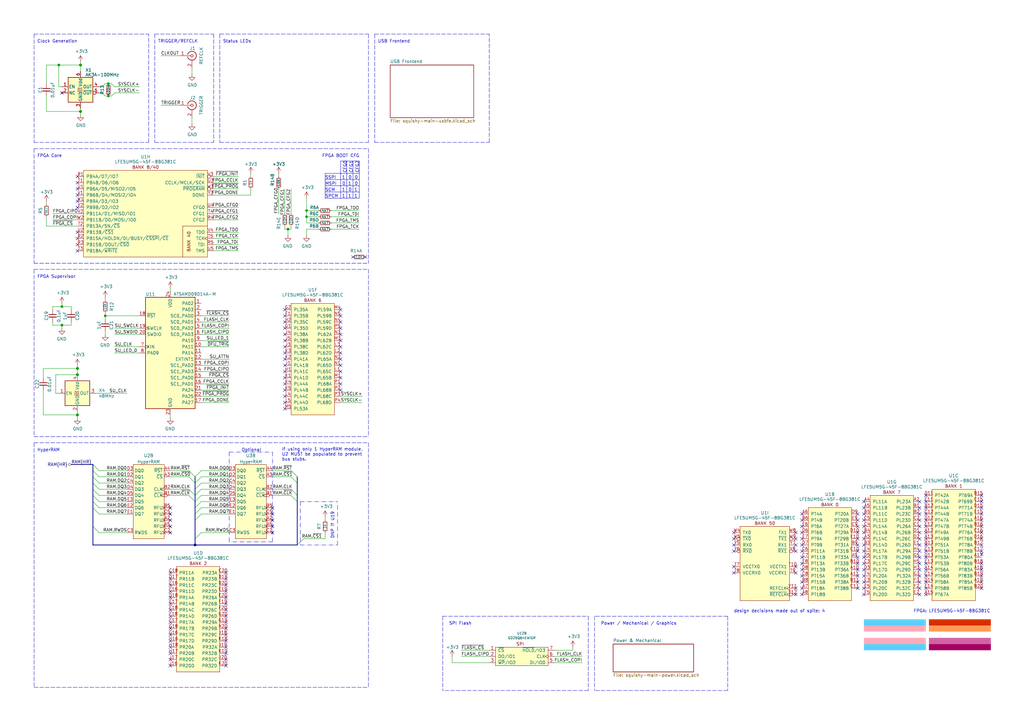
<source format=kicad_sch>
(kicad_sch (version 20230121) (generator eeschema)
  (paper "A3")
  (title_block (title "Squishy - Main Unit - Root") (date "2023-06-01") (rev "2") (company "Shrine Maiden Heavy Industries") (comment 1 "License:  CERN-OHL-S") (comment 2 "© 2023 Aki 'lethalbit' Van Ness, et. al.") (comment 4 "Squishy - SCSI Multitool"))
  (bus_alias "USB-SS" (members "RX+" "RX-" "TX+" "TX-"))
  (bus_alias "ULPI" (members "D[0..7]" "CLK" "STP" "DIR" "NXT"))
  (bus_alias "HyperRAM" (members "DQ[0..7]" "CLK" "~{CLK}" "~{CS[0..1]}" "~{RST}" "RWDS"))
  (junction (at 80.01 223.52))
  (junction (at 25.4 125.73))
  (junction (at 44.45 34.29))
  (junction (at 31.75 151.13) (diameter 1.016))
  (junction (at 33.02 26.67) (diameter 1.016))
  (junction (at 25.4 133.35))
  (junction (at 24.13 26.67))
  (junction (at 44.45 39.37))
  (junction (at 33.02 45.72) (diameter 1.016))
  (junction (at 43.18 129.54))
  (junction (at 125.73 86.36))
  (junction (at 118.11 93.98))
  (junction (at 31.75 153.67) (diameter 1.016))
  (junction (at 125.73 88.9))
  (junction (at 31.75 170.18) (diameter 1.016))
  (no_connect (at 69.85 213.36))
  (no_connect (at 69.85 265.43))
  (no_connect (at 402.59 241.3))
  (no_connect (at 69.85 242.57))
  (no_connect (at 328.93 238.76))
  (no_connect (at 402.59 210.82))
  (no_connect (at 377.19 226.06))
  (no_connect (at 354.33 236.22))
  (no_connect (at 402.59 226.06))
  (no_connect (at 139.7 142.24))
  (no_connect (at 379.73 236.22))
  (no_connect (at 377.19 228.6))
  (no_connect (at 116.84 154.94))
  (no_connect (at 69.85 208.28))
  (no_connect (at 139.7 144.78))
  (no_connect (at 354.33 215.9))
  (no_connect (at 31.75 72.39))
  (no_connect (at 377.19 241.3))
  (no_connect (at 92.71 273.05))
  (no_connect (at 377.19 243.84))
  (no_connect (at 116.84 127))
  (no_connect (at 402.59 233.68))
  (no_connect (at 31.75 74.93))
  (no_connect (at 328.93 210.82))
  (no_connect (at 144.78 105.41))
  (no_connect (at 116.84 139.7))
  (no_connect (at 351.79 241.3))
  (no_connect (at 69.85 267.97))
  (no_connect (at 328.93 226.06))
  (no_connect (at 377.19 218.44))
  (no_connect (at 139.7 152.4))
  (no_connect (at 92.71 250.19))
  (no_connect (at 69.85 245.11))
  (no_connect (at 116.84 167.64))
  (no_connect (at 351.79 233.68))
  (no_connect (at 351.79 220.98))
  (no_connect (at 300.99 218.44))
  (no_connect (at 111.76 215.9))
  (no_connect (at 377.19 210.82))
  (no_connect (at 377.19 236.22))
  (no_connect (at 328.93 243.84))
  (no_connect (at 351.79 218.44))
  (no_connect (at 69.85 270.51))
  (no_connect (at 92.71 255.27))
  (no_connect (at 351.79 226.06))
  (no_connect (at 354.33 223.52))
  (no_connect (at 402.59 208.28))
  (no_connect (at 351.79 228.6))
  (no_connect (at 326.39 241.3))
  (no_connect (at 116.84 142.24))
  (no_connect (at 139.7 129.54))
  (no_connect (at 328.93 231.14))
  (no_connect (at 116.84 144.78))
  (no_connect (at 328.93 218.44))
  (no_connect (at 328.93 215.9))
  (no_connect (at 326.39 234.95))
  (no_connect (at 69.85 247.65))
  (no_connect (at 69.85 240.03))
  (no_connect (at 328.93 223.52))
  (no_connect (at 351.79 210.82))
  (no_connect (at 379.73 233.68))
  (no_connect (at 402.59 203.2))
  (no_connect (at 326.39 220.98))
  (no_connect (at 402.59 220.98))
  (no_connect (at 402.59 213.36))
  (no_connect (at 69.85 210.82))
  (no_connect (at 379.73 208.28))
  (no_connect (at 402.59 218.44))
  (no_connect (at 379.73 220.98))
  (no_connect (at 69.85 262.89))
  (no_connect (at 116.84 152.4))
  (no_connect (at 92.71 245.11))
  (no_connect (at 92.71 257.81))
  (no_connect (at 326.39 226.06))
  (no_connect (at 379.73 218.44))
  (no_connect (at 92.71 270.51))
  (no_connect (at 379.73 223.52))
  (no_connect (at 31.75 100.33))
  (no_connect (at 328.93 233.68))
  (no_connect (at 116.84 157.48))
  (no_connect (at 326.39 223.52))
  (no_connect (at 31.75 85.09))
  (no_connect (at 69.85 260.35))
  (no_connect (at 379.73 215.9))
  (no_connect (at 92.71 242.57))
  (no_connect (at 116.84 165.1))
  (no_connect (at 69.85 255.27))
  (no_connect (at 31.75 82.55))
  (no_connect (at 116.84 134.62))
  (no_connect (at 69.85 218.44))
  (no_connect (at 328.93 220.98))
  (no_connect (at 402.59 215.9))
  (no_connect (at 328.93 213.36))
  (no_connect (at 354.33 205.74))
  (no_connect (at 300.99 232.41))
  (no_connect (at 139.7 134.62))
  (no_connect (at 116.84 129.54))
  (no_connect (at 326.39 218.44))
  (no_connect (at 116.84 160.02))
  (no_connect (at 351.79 213.36))
  (no_connect (at 402.59 227.33))
  (no_connect (at 69.85 257.81))
  (no_connect (at 354.33 213.36))
  (no_connect (at 402.59 236.22))
  (no_connect (at 379.73 241.3))
  (no_connect (at 300.99 223.52))
  (no_connect (at 139.7 157.48))
  (no_connect (at 326.39 243.84))
  (no_connect (at 326.39 232.41))
  (no_connect (at 139.7 139.7))
  (no_connect (at 351.79 236.22))
  (no_connect (at 139.7 147.32))
  (no_connect (at 31.75 95.25))
  (no_connect (at 69.85 252.73))
  (no_connect (at 92.71 240.03))
  (no_connect (at 111.76 210.82))
  (no_connect (at 402.59 238.76))
  (no_connect (at 379.73 205.74))
  (no_connect (at 139.7 132.08))
  (no_connect (at 377.19 208.28))
  (no_connect (at 377.19 215.9))
  (no_connect (at 92.71 262.89))
  (no_connect (at 139.7 127))
  (no_connect (at 111.76 218.44))
  (no_connect (at 377.19 233.68))
  (no_connect (at 69.85 250.19))
  (no_connect (at 377.19 231.14))
  (no_connect (at 351.79 231.14))
  (no_connect (at 92.71 247.65))
  (no_connect (at 379.73 213.36))
  (no_connect (at 116.84 162.56))
  (no_connect (at 328.93 236.22))
  (no_connect (at 354.33 218.44))
  (no_connect (at 379.73 238.76))
  (no_connect (at 354.33 226.06))
  (no_connect (at 116.84 147.32))
  (no_connect (at 354.33 228.6))
  (no_connect (at 300.99 226.06))
  (no_connect (at 379.73 226.06))
  (no_connect (at 69.85 273.05))
  (no_connect (at 377.19 213.36))
  (no_connect (at 116.84 149.86))
  (no_connect (at 92.71 260.35))
  (no_connect (at 92.71 234.95))
  (no_connect (at 111.76 213.36))
  (no_connect (at 377.19 220.98))
  (no_connect (at 31.75 102.87))
  (no_connect (at 354.33 220.98))
  (no_connect (at 300.99 220.98))
  (no_connect (at 92.71 267.97))
  (no_connect (at 354.33 231.14))
  (no_connect (at 149.86 105.41))
  (no_connect (at 31.75 80.01))
  (no_connect (at 328.93 241.3))
  (no_connect (at 31.75 97.79))
  (no_connect (at 69.85 215.9))
  (no_connect (at 300.99 234.95))
  (no_connect (at 139.7 154.94))
  (no_connect (at 111.76 208.28))
  (no_connect (at 354.33 208.28))
  (no_connect (at 354.33 241.3))
  (no_connect (at 354.33 238.76))
  (no_connect (at 354.33 233.68))
  (no_connect (at 379.73 203.2))
  (no_connect (at 139.7 160.02))
  (no_connect (at 379.73 210.82))
  (no_connect (at 377.19 238.76))
  (no_connect (at 377.19 205.74))
  (no_connect (at 377.19 223.52))
  (no_connect (at 379.73 243.84))
  (no_connect (at 402.59 223.52))
  (no_connect (at 351.79 238.76))
  (no_connect (at 116.84 137.16))
  (no_connect (at 25.4 38.1))
  (no_connect (at 351.79 223.52))
  (no_connect (at 351.79 215.9))
  (no_connect (at 92.71 252.73))
  (no_connect (at 402.59 231.14))
  (no_connect (at 116.84 132.08))
  (no_connect (at 139.7 149.86))
  (no_connect (at 139.7 137.16))
  (no_connect (at 328.93 228.6))
  (no_connect (at 379.73 228.6))
  (no_connect (at 69.85 237.49))
  (no_connect (at 31.75 77.47))
  (no_connect (at 92.71 237.49))
  (no_connect (at 92.71 265.43))
  (no_connect (at 69.85 234.95))
  (no_connect (at 354.33 243.84))
  (no_connect (at 354.33 210.82))
  (no_connect (at 379.73 231.14))
  (no_connect (at 402.59 205.74))
  (bus_entry (at 38.1 195.58) (size 2.54 2.54))
  (bus_entry (at 80.01 205.74) (size 2.54 -2.54))
  (bus_entry (at 38.1 205.74) (size 2.54 2.54))
  (bus_entry (at 121.92 203.2) (size -2.54 -2.54))
  (bus_entry (at 80.01 213.36) (size 2.54 -2.54))
  (bus_entry (at 80.01 195.58) (size 2.54 -2.54))
  (bus_entry (at 80.01 198.12) (size -2.54 -2.54))
  (bus_entry (at 121.92 195.58) (size -2.54 -2.54))
  (bus_entry (at 121.92 205.74) (size -2.54 -2.54))
  (bus_entry (at 80.01 203.2) (size -2.54 -2.54))
  (bus_entry (at 80.01 208.28) (size 2.54 -2.54))
  (bus_entry (at 80.01 198.12) (size 2.54 -2.54))
  (bus_entry (at 80.01 195.58) (size -2.54 -2.54))
  (bus_entry (at 38.1 200.66) (size 2.54 2.54))
  (bus_entry (at 38.1 190.5) (size 2.54 2.54))
  (bus_entry (at 38.1 193.04) (size 2.54 2.54))
  (bus_entry (at 80.01 200.66) (size 2.54 -2.54))
  (bus_entry (at 80.01 210.82) (size 2.54 -2.54))
  (bus_entry (at 38.1 203.2) (size 2.54 2.54))
  (bus_entry (at 38.1 198.12) (size 2.54 2.54))
  (bus_entry (at 38.1 215.9) (size 2.54 2.54))
  (bus_entry (at 80.01 220.98) (size 2.54 -2.54))
  (bus_entry (at 80.01 203.2) (size 2.54 -2.54))
  (bus_entry (at 80.01 205.74) (size -2.54 -2.54))
  (bus_entry (at 121.92 223.52) (size 2.54 -2.54))
  (bus_entry (at 121.92 198.12) (size -2.54 -2.54))
  (bus_entry (at 38.1 208.28) (size 2.54 2.54))
  (polyline (pts (xy 63.5 13.97) (xy 87.63 13.97)) (stroke (width 0) (type dash)))
  (wire (pts (xy 118.11 93.98) (xy 118.11 96.52)))
  (wire (pts (xy 33.02 45.72) (xy 33.02 46.99)))
  (wire (pts (xy 82.55 205.74) (xy 93.98 205.74)))
  (wire (pts (xy 185.42 269.24) (xy 185.42 271.78)))
  (wire (pts (xy 21.59 90.17) (xy 31.75 90.17)))
  (wire (pts (xy 234.95 265.43) (xy 234.95 266.7)))
  (bus (pts (xy 121.92 205.74) (xy 121.92 223.52)))
  (wire (pts (xy 139.7 165.1) (xy 148.59 165.1)))
  (bus (pts (xy 80.01 200.66) (xy 80.01 203.2)))
  (polyline (pts (xy 144.78 66.04) (xy 144.78 81.28)) (stroke (width 0) (type solid)))
  (polyline (pts (xy 142.24 66.04) (xy 142.24 81.28)) (stroke (width 0) (type solid)))
  (polyline (pts (xy 13.97 181.61) (xy 13.97 281.94)) (stroke (width 0) (type dash)))
  (wire (pts (xy 119.38 93.98) (xy 119.38 92.71)))
  (wire (pts (xy 43.18 39.37) (xy 44.45 39.37)))
  (wire (pts (xy 33.02 26.67) (xy 33.02 29.21)))
  (bus (pts (xy 38.1 200.66) (xy 38.1 198.12)))
  (bus (pts (xy 80.01 195.58) (xy 80.01 198.12)))
  (wire (pts (xy 82.55 149.86) (xy 93.98 149.86)))
  (polyline (pts (xy 298.45 252.73) (xy 298.45 283.21)) (stroke (width 0) (type dash)))
  (bus (pts (xy 121.92 195.58) (xy 121.92 198.12)))
  (polyline (pts (xy 133.35 81.28) (xy 133.35 71.12)) (stroke (width 0) (type solid)))
  (wire (pts (xy 87.63 85.09) (xy 97.79 85.09)))
  (polyline (pts (xy 241.3 252.73) (xy 241.3 283.21)) (stroke (width 0) (type dash)))
  (wire (pts (xy 87.63 80.01) (xy 102.87 80.01)))
  (wire (pts (xy 25.4 133.35) (xy 25.4 134.62)))
  (polyline (pts (xy 153.67 58.42) (xy 200.66 58.42)) (stroke (width 0) (type dash)))
  (bus (pts (xy 121.92 198.12) (xy 121.92 203.2)))
  (wire (pts (xy 33.02 44.45) (xy 33.02 45.72)))
  (wire (pts (xy 45.72 34.29) (xy 46.99 35.56)))
  (wire (pts (xy 125.73 81.28) (xy 125.73 86.36)))
  (wire (pts (xy 40.64 193.04) (xy 52.07 193.04)))
  (wire (pts (xy 116.84 87.63) (xy 116.84 77.47)))
  (wire (pts (xy 69.85 193.04) (xy 77.47 193.04)))
  (wire (pts (xy 17.78 170.18) (xy 17.78 160.02)))
  (wire (pts (xy 87.63 95.25) (xy 97.79 95.25)))
  (wire (pts (xy 82.55 154.94) (xy 93.98 154.94)))
  (wire (pts (xy 17.78 151.13) (xy 17.78 154.94)))
  (polyline (pts (xy 181.61 252.73) (xy 241.3 252.73)) (stroke (width 0) (type dash)))
  (wire (pts (xy 111.76 193.04) (xy 119.38 193.04)))
  (bus (pts (xy 80.01 208.28) (xy 80.01 210.82)))
  (wire (pts (xy 29.21 132.08) (xy 29.21 133.35)))
  (wire (pts (xy 102.87 77.47) (xy 102.87 80.01)))
  (wire (pts (xy 40.64 203.2) (xy 52.07 203.2)))
  (polyline (pts (xy 151.13 181.61) (xy 151.13 281.94)) (stroke (width 0) (type dash)))
  (wire (pts (xy 21.59 125.73) (xy 25.4 125.73)))
  (polyline (pts (xy 13.97 60.96) (xy 13.97 107.95)) (stroke (width 0) (type dash)))
  (polyline (pts (xy 151.13 13.97) (xy 151.13 58.42)) (stroke (width 0) (type dash)))
  (wire (pts (xy 135.89 86.36) (xy 147.32 86.36)))
  (wire (pts (xy 29.21 133.35) (xy 25.4 133.35)))
  (wire (pts (xy 227.33 269.24) (xy 238.76 269.24)))
  (polyline (pts (xy 133.35 76.2) (xy 147.32 76.2)) (stroke (width 0) (type solid)))
  (wire (pts (xy 41.91 35.56) (xy 43.18 34.29)))
  (wire (pts (xy 125.73 88.9) (xy 125.73 86.36)))
  (wire (pts (xy 82.55 134.62) (xy 93.98 134.62)))
  (wire (pts (xy 25.4 124.46) (xy 25.4 125.73)))
  (wire (pts (xy 130.81 86.36) (xy 125.73 86.36)))
  (wire (pts (xy 227.33 266.7) (xy 234.95 266.7)))
  (wire (pts (xy 46.99 137.16) (xy 57.15 137.16)))
  (bus (pts (xy 38.1 208.28) (xy 38.1 205.74)))
  (bus (pts (xy 29.21 190.5) (xy 38.1 190.5)))
  (wire (pts (xy 46.99 38.1) (xy 57.15 38.1)))
  (polyline (pts (xy 60.96 58.42) (xy 60.96 13.97)) (stroke (width 0) (type dash)))
  (wire (pts (xy 69.85 200.66) (xy 77.47 200.66)))
  (polyline (pts (xy 90.17 58.42) (xy 151.13 58.42)) (stroke (width 0) (type dash)))
  (polyline (pts (xy 298.45 252.73) (xy 243.84 252.73)) (stroke (width 0) (type dash)))
  (wire (pts (xy 40.64 195.58) (xy 52.07 195.58)))
  (polyline (pts (xy 63.5 13.97) (xy 63.5 58.42)) (stroke (width 0) (type dash)))
  (wire (pts (xy 87.63 74.93) (xy 97.79 74.93)))
  (wire (pts (xy 33.02 26.67) (xy 24.13 26.67)))
  (wire (pts (xy 66.04 22.86) (xy 73.66 22.86)))
  (polyline (pts (xy 123.19 205.74) (xy 123.19 223.52)) (stroke (width 0) (type dash_dot)))
  (wire (pts (xy 31.75 151.13) (xy 17.78 151.13)))
  (wire (pts (xy 82.55 137.16) (xy 93.98 137.16)))
  (wire (pts (xy 44.45 39.37) (xy 45.72 39.37)))
  (wire (pts (xy 78.74 48.26) (xy 78.74 50.8)))
  (wire (pts (xy 69.85 170.18) (xy 69.85 171.45)))
  (bus (pts (xy 121.92 203.2) (xy 121.92 205.74)))
  (wire (pts (xy 227.33 271.78) (xy 238.76 271.78)))
  (wire (pts (xy 82.55 218.44) (xy 93.98 218.44)))
  (polyline (pts (xy 151.13 110.49) (xy 151.13 179.07)) (stroke (width 0) (type dash)))
  (wire (pts (xy 130.81 88.9) (xy 125.73 88.9)))
  (wire (pts (xy 40.64 208.28) (xy 52.07 208.28)))
  (wire (pts (xy 135.89 91.44) (xy 147.32 91.44)))
  (polyline (pts (xy 133.35 78.74) (xy 147.32 78.74)) (stroke (width 0) (type solid)))
  (polyline (pts (xy 13.97 60.96) (xy 151.13 60.96)) (stroke (width 0) (type dash)))
  (wire (pts (xy 21.59 132.08) (xy 21.59 133.35)))
  (wire (pts (xy 22.86 161.29) (xy 22.86 153.67)))
  (wire (pts (xy 29.21 125.73) (xy 29.21 127)))
  (wire (pts (xy 24.13 161.29) (xy 22.86 161.29)))
  (polyline (pts (xy 298.45 283.21) (xy 243.84 283.21)) (stroke (width 0) (type dash)))
  (wire (pts (xy 43.18 130.81) (xy 43.18 129.54)))
  (wire (pts (xy 87.63 72.39) (xy 97.79 72.39)))
  (polyline (pts (xy 147.32 81.28) (xy 133.35 81.28)) (stroke (width 0) (type solid)))
  (polyline (pts (xy 151.13 60.96) (xy 151.13 107.95)) (stroke (width 0) (type dash)))
  (wire (pts (xy 82.55 203.2) (xy 93.98 203.2)))
  (wire (pts (xy 82.55 160.02) (xy 93.98 160.02)))
  (wire (pts (xy 82.55 139.7) (xy 93.98 139.7)))
  (wire (pts (xy 46.99 134.62) (xy 57.15 134.62)))
  (wire (pts (xy 185.42 271.78) (xy 200.66 271.78)))
  (wire (pts (xy 31.75 170.18) (xy 31.75 171.45)))
  (wire (pts (xy 40.64 35.56) (xy 41.91 35.56)))
  (wire (pts (xy 43.18 135.89) (xy 43.18 137.16)))
  (wire (pts (xy 133.35 212.09) (xy 133.35 213.36)))
  (polyline (pts (xy 147.32 66.04) (xy 147.32 71.12)) (stroke (width 0) (type solid)))
  (wire (pts (xy 31.75 168.91) (xy 31.75 170.18)))
  (wire (pts (xy 69.85 195.58) (xy 77.47 195.58)))
  (polyline (pts (xy 63.5 58.42) (xy 87.63 58.42)) (stroke (width 0) (type dash)))
  (polyline (pts (xy 133.35 71.12) (xy 147.32 71.12)) (stroke (width 0) (type solid)))
  (wire (pts (xy 25.4 35.56) (xy 24.13 35.56)))
  (wire (pts (xy 82.55 157.48) (xy 93.98 157.48)))
  (wire (pts (xy 46.99 35.56) (xy 57.15 35.56)))
  (wire (pts (xy 78.74 27.94) (xy 78.74 30.48)))
  (wire (pts (xy 87.63 90.17) (xy 97.79 90.17)))
  (wire (pts (xy 41.91 38.1) (xy 43.18 39.37)))
  (wire (pts (xy 19.05 92.71) (xy 31.75 92.71)))
  (wire (pts (xy 31.75 170.18) (xy 17.78 170.18)))
  (wire (pts (xy 102.87 71.12) (xy 102.87 72.39)))
  (wire (pts (xy 82.55 165.1) (xy 93.98 165.1)))
  (wire (pts (xy 31.75 151.13) (xy 31.75 153.67)))
  (wire (pts (xy 82.55 198.12) (xy 93.98 198.12)))
  (wire (pts (xy 19.05 88.9) (xy 19.05 92.71)))
  (bus (pts (xy 38.1 215.9) (xy 38.1 208.28)))
  (polyline (pts (xy 13.97 110.49) (xy 151.13 110.49)) (stroke (width 0) (type dash)))
  (wire (pts (xy 24.13 26.67) (xy 24.13 35.56)))
  (wire (pts (xy 118.11 93.98) (xy 119.38 93.98)))
  (polyline (pts (xy 153.67 13.97) (xy 153.67 58.42)) (stroke (width 0) (type dash)))
  (bus (pts (xy 38.1 223.52) (xy 38.1 215.9)))
  (wire (pts (xy 82.55 195.58) (xy 93.98 195.58)))
  (wire (pts (xy 87.63 100.33) (xy 97.79 100.33)))
  (wire (pts (xy 21.59 133.35) (xy 25.4 133.35)))
  (wire (pts (xy 139.7 162.56) (xy 148.59 162.56)))
  (polyline (pts (xy 139.7 66.04) (xy 147.32 66.04)) (stroke (width 0) (type solid)))
  (polyline (pts (xy 139.7 81.28) (xy 139.7 71.12)) (stroke (width 0) (type solid)))
  (wire (pts (xy 24.13 26.67) (xy 19.05 26.67)))
  (wire (pts (xy 25.4 125.73) (xy 29.21 125.73)))
  (bus (pts (xy 80.01 205.74) (xy 80.01 208.28)))
  (polyline (pts (xy 13.97 107.95) (xy 151.13 107.95)) (stroke (width 0) (type dash)))
  (polyline (pts (xy 147.32 71.12) (xy 147.32 81.28)) (stroke (width 0) (type solid)))
  (wire (pts (xy 135.89 93.98) (xy 147.32 93.98)))
  (polyline (pts (xy 90.17 13.97) (xy 151.13 13.97)) (stroke (width 0) (type dash)))
  (polyline (pts (xy 111.76 222.25) (xy 93.98 222.25)) (stroke (width 0) (type dash_dot)))
  (polyline (pts (xy 241.3 283.21) (xy 181.61 283.21)) (stroke (width 0) (type dash)))
  (bus (pts (xy 80.01 213.36) (xy 80.01 220.98)))
  (wire (pts (xy 21.59 87.63) (xy 31.75 87.63)))
  (wire (pts (xy 114.3 87.63) (xy 114.3 77.47)))
  (wire (pts (xy 82.55 162.56) (xy 93.98 162.56)))
  (wire (pts (xy 45.72 39.37) (xy 46.99 38.1)))
  (wire (pts (xy 135.89 88.9) (xy 147.32 88.9)))
  (polyline (pts (xy 93.98 185.42) (xy 93.98 222.25)) (stroke (width 0) (type dash_dot)))
  (wire (pts (xy 116.84 92.71) (xy 116.84 93.98)))
  (polyline (pts (xy 243.84 252.73) (xy 243.84 283.21)) (stroke (width 0) (type dash)))
  (wire (pts (xy 31.75 149.86) (xy 31.75 151.13)))
  (bus (pts (xy 38.1 223.52) (xy 80.01 223.52)))
  (polyline (pts (xy 138.43 223.52) (xy 138.43 205.74)) (stroke (width 0) (type dash_dot)))
  (wire (pts (xy 43.18 128.27) (xy 43.18 129.54)))
  (wire (pts (xy 82.55 200.66) (xy 93.98 200.66)))
  (bus (pts (xy 38.1 198.12) (xy 38.1 195.58)))
  (wire (pts (xy 82.55 193.04) (xy 93.98 193.04)))
  (wire (pts (xy 40.64 210.82) (xy 52.07 210.82)))
  (bus (pts (xy 80.01 198.12) (xy 80.01 200.66)))
  (wire (pts (xy 82.55 129.54) (xy 93.98 129.54)))
  (wire (pts (xy 87.63 77.47) (xy 97.79 77.47)))
  (polyline (pts (xy 200.66 58.42) (xy 200.66 13.97)) (stroke (width 0) (type dash)))
  (wire (pts (xy 44.45 34.29) (xy 45.72 34.29)))
  (bus (pts (xy 38.1 195.58) (xy 38.1 193.04)))
  (wire (pts (xy 82.55 152.4) (xy 93.98 152.4)))
  (polyline (pts (xy 139.7 71.12) (xy 139.7 66.04)) (stroke (width 0) (type solid)))
  (polyline (pts (xy 123.19 205.74) (xy 138.43 205.74)) (stroke (width 0) (type dash_dot)))
  (wire (pts (xy 21.59 127) (xy 21.59 125.73)))
  (polyline (pts (xy 13.97 110.49) (xy 13.97 179.07)) (stroke (width 0) (type dash)))
  (wire (pts (xy 57.15 144.78) (xy 46.99 144.78)))
  (bus (pts (xy 80.01 203.2) (xy 80.01 205.74)))
  (wire (pts (xy 46.99 142.24) (xy 57.15 142.24)))
  (wire (pts (xy 57.15 129.54) (xy 43.18 129.54)))
  (wire (pts (xy 43.18 34.29) (xy 44.45 34.29)))
  (wire (pts (xy 114.3 71.12) (xy 114.3 72.39)))
  (polyline (pts (xy 153.67 13.97) (xy 200.66 13.97)) (stroke (width 0) (type dash)))
  (wire (pts (xy 40.64 198.12) (xy 52.07 198.12)))
  (wire (pts (xy 116.84 93.98) (xy 118.11 93.98)))
  (bus (pts (xy 80.01 223.52) (xy 121.92 223.52)))
  (polyline (pts (xy 13.97 13.97) (xy 60.96 13.97)) (stroke (width 0) (type dash)))
  (wire (pts (xy 66.04 43.18) (xy 73.66 43.18)))
  (wire (pts (xy 33.02 45.72) (xy 19.05 45.72)))
  (polyline (pts (xy 13.97 181.61) (xy 151.13 181.61)) (stroke (width 0) (type dash)))
  (wire (pts (xy 124.46 220.98) (xy 133.35 220.98)))
  (wire (pts (xy 87.63 87.63) (xy 97.79 87.63)))
  (wire (pts (xy 125.73 93.98) (xy 125.73 96.52)))
  (wire (pts (xy 82.55 208.28) (xy 93.98 208.28)))
  (wire (pts (xy 40.64 200.66) (xy 52.07 200.66)))
  (wire (pts (xy 130.81 91.44) (xy 125.73 91.44)))
  (polyline (pts (xy 133.35 73.66) (xy 147.32 73.66)) (stroke (width 0) (type solid)))
  (wire (pts (xy 19.05 26.67) (xy 19.05 34.29)))
  (wire (pts (xy 33.02 25.4) (xy 33.02 26.67)))
  (polyline (pts (xy 13.97 13.97) (xy 13.97 58.42)) (stroke (width 0) (type dash)))
  (wire (pts (xy 125.73 93.98) (xy 130.81 93.98)))
  (polyline (pts (xy 123.19 223.52) (xy 138.43 223.52)) (stroke (width 0) (type dash_dot)))
  (wire (pts (xy 69.85 203.2) (xy 77.47 203.2)))
  (wire (pts (xy 111.76 203.2) (xy 119.38 203.2)))
  (bus (pts (xy 38.1 193.04) (xy 38.1 190.5)))
  (wire (pts (xy 40.64 38.1) (xy 41.91 38.1)))
  (bus (pts (xy 38.1 203.2) (xy 38.1 200.66)))
  (wire (pts (xy 111.76 195.58) (xy 119.38 195.58)))
  (wire (pts (xy 19.05 82.55) (xy 19.05 83.82)))
  (polyline (pts (xy 93.98 185.42) (xy 111.76 185.42)) (stroke (width 0) (type dash_dot)))
  (wire (pts (xy 39.37 161.29) (xy 52.07 161.29)))
  (polyline (pts (xy 111.76 185.42) (xy 111.76 222.25)) (stroke (width 0) (type dash_dot)))
  (wire (pts (xy 87.63 97.79) (xy 97.79 97.79)))
  (wire (pts (xy 200.66 266.7) (xy 189.23 266.7)))
  (wire (pts (xy 40.64 205.74) (xy 52.07 205.74)))
  (wire (pts (xy 43.18 121.92) (xy 43.18 123.19)))
  (wire (pts (xy 119.38 87.63) (xy 119.38 77.47)))
  (wire (pts (xy 200.66 269.24) (xy 189.23 269.24)))
  (wire (pts (xy 69.85 118.11) (xy 69.85 119.38)))
  (wire (pts (xy 82.55 142.24) (xy 93.98 142.24)))
  (wire (pts (xy 82.55 147.32) (xy 93.98 147.32)))
  (polyline (pts (xy 13.97 281.94) (xy 151.13 281.94)) (stroke (width 0) (type dash)))
  (wire (pts (xy 125.73 91.44) (xy 125.73 88.9)))
  (polyline (pts (xy 87.63 13.97) (xy 87.63 58.42)) (stroke (width 0) (type dash)))
  (polyline (pts (xy 13.97 58.42) (xy 60.96 58.42)) (stroke (width 0) (type dash)))
  (bus (pts (xy 80.01 210.82) (xy 80.01 213.36)))
  (polyline (pts (xy 13.97 179.07) (xy 151.13 179.07)) (stroke (width 0) (type dash)))
  (wire (pts (xy 82.55 210.82) (xy 93.98 210.82)))
  (wire (pts (xy 87.63 102.87) (xy 97.79 102.87)))
  (bus (pts (xy 38.1 205.74) (xy 38.1 203.2)))
  (wire (pts (xy 82.55 132.08) (xy 93.98 132.08)))
  (wire (pts (xy 133.35 218.44) (xy 133.35 220.98)))
  (polyline (pts (xy 181.61 252.73) (xy 181.61 283.21)) (stroke (width 0) (type dash)))
  (wire (pts (xy 19.05 39.37) (xy 19.05 45.72)))
  (wire (pts (xy 111.76 200.66) (xy 119.38 200.66)))
  (wire (pts (xy 40.64 218.44) (xy 52.07 218.44)))
  (polyline (pts (xy 90.17 13.97) (xy 90.17 58.42)) (stroke (width 0) (type dash)))
  (bus (pts (xy 80.01 220.98) (xy 80.01 223.52)))
  (wire (pts (xy 22.86 153.67) (xy 31.75 153.67)))
  (text "1" (at 141.605 78.74 0) (effects (font (size 1.27 1.27)) (justify right bottom)))
  (text "FPGA Supervisor" (at 15.24 114.3 0) (effects (font (size 1.27 1.27)) (justify left bottom)))
  (text "TRIGGER/REFCLK" (at 64.77 17.78 0) (effects (font (size 1.27 1.27)) (justify left bottom)))
  (text "1" (at 146.685 78.74 0) (effects (font (size 1.27 1.27)) (justify right bottom)))
  (text "Power / Mechanical / Graphics" (at 246.38 256.54 0) (effects (font (size 1.27 1.27)) (justify left bottom)))
  (text "SPI Flash" (at 184.15 256.54 0) (effects (font (size 1.27 1.27)) (justify left bottom)))
  (text "HyperRAM" (at 15.24 185.42 0) (effects (font (size 1.27 1.27)) (justify left bottom)))
  (text "FPGA: LFE5UM5G-45F-8BG381C" (at 374.65 251.46 0) (effects (font (size 1.27 1.27)) (justify left bottom)))
  (text "1" (at 144.145 76.2 0) (effects (font (size 1.27 1.27)) (justify right bottom)))
  (text "0" (at 142.875 78.74 0) (effects (font (size 1.27 1.27)) (justify left bottom)))
  (text "If using only 1 HyperRAM module, \nU2 MUST be populated to prevent \nbus stubs." (at 115.57 189.23 0) (effects (font (size 1.27 1.27)) (justify left bottom)))
  (text "USB Frontend" (at 154.94 17.78 0) (effects (font (size 1.27 1.27)) (justify left bottom)))
  (text "CFG2" (at 147.32 66.04 90) (effects (font (size 1.27 1.27)) (justify right bottom)))
  (text "design decisions made out of spite: 4" (at 300.99 251.46 0) (effects (font (size 1.27 1.27)) (justify left bottom)))
  (text "1" (at 141.605 73.66 0) (effects (font (size 1.27 1.27)) (justify right bottom)))
  (text "SCM" (at 133.35 78.74 0) (effects (font (size 1.27 1.27)) (justify left bottom)))
  (text "MSPI\n" (at 133.35 76.2 0) (effects (font (size 1.27 1.27)) (justify left bottom)))
  (text "SSPI" (at 133.35 73.66 0) (effects (font (size 1.27 1.27)) (justify left bottom)))
  (text "0" (at 140.335 76.2 0) (effects (font (size 1.27 1.27)) (justify left bottom)))
  (text "CFG1" (at 144.78 66.04 90) (effects (font (size 1.27 1.27)) (justify right bottom)))
  (text "DNP if U19" (at 137.16 220.98 90) (effects (font (size 1.27 1.27)) (justify left bottom)))
  (text "0" (at 145.415 76.2 0) (effects (font (size 1.27 1.27)) (justify left bottom)))
  (text "FPGA Core" (at 15.24 64.77 0) (effects (font (size 1.27 1.27)) (justify left bottom)))
  (text "CFG0" (at 142.24 66.04 90) (effects (font (size 1.27 1.27)) (justify right bottom)))
  (text "Optional" (at 99.06 185.42 0) (effects (font (size 1.27 1.27)) (justify left bottom)))
  (text "1" (at 144.1155 81.28 0) (effects (font (size 1.27 1.27)) (justify right bottom)))
  (text "0" (at 142.875 73.66 0) (effects (font (size 1.27 1.27)) (justify left bottom)))
  (text "1" (at 141.605 81.28 0) (effects (font (size 1.27 1.27)) (justify right bottom)))
  (text "1" (at 146.685 81.28 0) (effects (font (size 1.27 1.27)) (justify right bottom)))
  (text "Clock Generation" (at 15.24 17.78 0) (effects (font (size 1.27 1.27)) (justify left bottom)))
  (text "FPGA BOOT CFG" (at 132.08 64.77 0) (effects (font (size 1.27 1.27)) (justify left bottom)))
  (text "0" (at 145.415 73.66 0) (effects (font (size 1.27 1.27)) (justify left bottom)))
  (text "SPCM" (at 133.35 81.28 0) (effects (font (size 1.27 1.27)) (justify left bottom)))
  (text "Status LEDs" (at 91.44 17.78 0) (effects (font (size 1.27 1.27)) (justify left bottom)))
  (label "RAM.DQ7" (at 52.07 210.82 180))
  (label "FPGA_CFG2" (at 97.79 90.17 180))
  (label "RAM.DQ6" (at 93.98 208.28 180))
  (label "FPGA_CIPO" (at 21.59 87.63 0))
  (label "FPGA_CFG2" (at 119.38 77.47 270))
  (label "RAM.CLK" (at 111.76 200.66 0))
  (label "SU_SWCLK" (at 46.99 134.62 0))
  (label "RAM.~{CLK}" (at 111.76 203.2 0))
  (label "FPGA_CFG0" (at 114.3 87.63 90))
  (label "CLKOUT" (at 66.04 22.86 0))
  (label "RAM.~{RST}" (at 69.85 193.04 0))
  (label "~{DFU_TRIG}" (at 93.98 142.24 180))
  (label "FLASH_CIPO" (at 189.23 269.24 0))
  (label "FPGA_CFG0" (at 97.79 85.09 180))
  (label "SU_LED_0" (at 46.99 144.78 0))
  (label "RAM.~{CLK}" (at 69.85 203.2 0))
  (label "SYSCLK+" (at 148.59 162.56 180))
  (label "RAM.RWDS" (at 93.98 218.44 180))
  (label "SU_CLK" (at 52.07 161.29 180))
  (label "RAM.DQ4" (at 93.98 203.2 180))
  (label "SU_ATTN" (at 93.98 147.32 180))
  (label "RAM.~{RST}" (at 111.76 193.04 0))
  (label "FLASH_CIPO" (at 93.98 137.16 180))
  (label "RAM.DQ0" (at 93.98 193.04 180))
  (label "RAM.DQ0" (at 52.07 193.04 180))
  (label "FPGA_COPI" (at 93.98 149.86 180))
  (label "TRIGGER" (at 66.04 43.18 0))
  (label "~{FPGA_CS}" (at 21.59 92.71 0))
  (label "~{FPGA_INIT}" (at 93.98 160.02 180))
  (label "RAM.DQ2" (at 93.98 198.12 180))
  (label "RAM.DQ1" (at 52.07 195.58 180))
  (label "FLASH_CLK" (at 93.98 132.08 180))
  (label "FPGA_TCK" (at 147.32 93.98 180))
  (label "FPGA_COPI" (at 21.59 90.17 0))
  (label "RAM.DQ1" (at 93.98 195.58 180))
  (label "SYSCLK-" (at 57.15 38.1 180))
  (label "FPGA_CFG1" (at 116.84 77.47 270))
  (label "FPGA_TMS" (at 147.32 91.44 180))
  (label "RAM{HR}" (at 29.21 190.5 0))
  (label "RAM.DQ7" (at 93.98 210.82 180))
  (label "~{FLASH_CS}" (at 93.98 129.54 180))
  (label "FLASH_COPI" (at 238.76 271.78 180))
  (label "FPGA_TDO" (at 97.79 95.25 180))
  (label "RAM.DQ3" (at 93.98 200.66 180))
  (label "SU_SWDIO" (at 46.99 137.16 0))
  (label "FPGA_DONE" (at 93.98 165.1 180))
  (label "RAM.~{CS1}" (at 111.76 195.58 0))
  (label "~{FPGA_CS}" (at 93.98 154.94 180))
  (label "RAM.DQ5" (at 52.07 205.74 180))
  (label "FPGA_CIPO" (at 93.98 152.4 180))
  (label "RAM.DQ3" (at 52.07 200.66 180))
  (label "SU_CLK" (at 46.99 142.24 0))
  (label "FPGA_DONE" (at 97.79 80.01 180))
  (label "RAM.RWDS" (at 52.07 218.44 180))
  (label "FLASH_COPI" (at 93.98 134.62 180))
  (label "FPGA_TDI" (at 147.32 88.9 180))
  (label "~{FLASH_CS}" (at 189.23 266.7 0))
  (label "FPGA_CCLK" (at 93.98 157.48 180))
  (label "FPGA_TDO" (at 147.32 86.36 180))
  (label "RAM.DQ2" (at 52.07 198.12 180))
  (label "~{FPGA_PROG}" (at 97.79 77.47 180))
  (label "RAM.~{CS0}" (at 69.85 195.58 0))
  (label "RAM.DQ4" (at 52.07 203.2 180))
  (label "SYSCLK+" (at 57.15 35.56 180))
  (label "SYSCLK-" (at 148.59 165.1 180))
  (label "~{FPGA_PROG}" (at 93.98 162.56 180))
  (label "RAM.CLK" (at 69.85 200.66 0))
  (label "FPGA_TCK" (at 97.79 97.79 180))
  (label "RAM.DQ6" (at 52.07 208.28 180))
  (label "RAM.~{CS1}" (at 132.08 220.98 180))
  (label "FPGA_CFG1" (at 97.79 87.63 180))
  (label "~{FPGA_INIT}" (at 97.79 72.39 180))
  (label "FPGA_CCLK" (at 97.79 74.93 180))
  (label "FPGA_TDI" (at 97.79 100.33 180))
  (label "FLASH_CLK" (at 238.76 269.24 180))
  (label "FPGA_TMS" (at 97.79 102.87 180))
  (label "SU_LED_1" (at 93.98 139.7 180))
  (label "RAM.DQ5" (at 93.98 205.74 180))
  (hierarchical_label "RAM{HR}" (shape bidirectional) (at 29.21 190.5 180))
  (symbol (lib_id "power:GND") (at 69.85 171.45 0) (mirror y) (unit 1)
    (property "Reference" "#PWR047" (effects hide))
    (property "Value" "GND" (at 69.723 175.8442 0))
  )
  (symbol (lib_id "power:+3V3") (at 43.18 121.92 0) (unit 1)
    (property "Reference" "#PWR044" (effects hide))
    (property "Value" "+3V3" (at 43.561 117.5258 0))
  )
  (symbol (lib_id "DX-MON:pkl_R4_Small") (at 133.35 86.36 90) (unit 1)
    (property "Reference" "R6" (at 130.81 85.09 90) (effects (justify left)))
    (property "Value" "4k7" (at 133.35 86.36 90) (effects (font (size 1.016 1.016))))
    (property "Footprint" "rhais_rcl:R0603_Array_Concave_4" (effects hide))
  )
  (symbol (lib_id "lethalbit-memory:W25N01GVZEIG") (at 213.36 265.43 0) (unit 2)
    (property "Reference" "U12" (at 213.995 259.7404 0) (effects (font (size 0.9906 0.9906))))
    (property "Value" "GD25Q64EWIGR" (at 213.995 261.6454 0) (effects (font (size 0.9906 0.9906))))
    (property "Footprint" "rhais_package-qfn:UDFN-8-1EP_6x5mm_P1.27mm_EP3.4x4mm" (effects hide))
    (property "Datasheet" "https://www.gigadevice.com/datasheet/GD25Q64E/" (effects hide))
    (property "MFR" "GigaDevice" (effects hide))
    (property "MPN" "GD25Q64EWIGR" (effects hide))
  )
  (symbol (lib_id "power:GND") (at 43.18 137.16 0) (mirror y) (unit 1)
    (property "Reference" "#PWR045" (effects hide))
    (property "Value" "GND" (at 43.053 141.5542 0))
  )
  (symbol (lib_id "lethalbit:LFE5UM5G-45F-8BG381C") (at 81.28 254 0) (unit 4)
    (property "Reference" "U1" (at 81.28 226.8535 0))
    (property "Value" "LFE5UM5G-45F-8BG381C" (at 81.28 228.9015 0))
    (property "Footprint" "lethalbit:318caBGA" (effects hide))
    (property "Datasheet" "https://www.latticesemi.com/view_document?document_id=50461" (effects hide))
    (property "MFR" "Lattice" (effects hide))
    (property "MPN" "LFE5UM5G-45F-8BG381C" (effects hide))
  )
  (symbol (lib_id "DX-MON:pkl_R4_Small") (at 133.35 88.9 90) (unit 3)
    (property "Reference" "R6" (at 130.81 87.63 90) (effects (justify left)))
    (property "Value" "4k7" (at 133.35 88.9 90) (effects (font (size 1.016 1.016))))
    (property "Footprint" "rhais_rcl:R0603_Array_Concave_4" (effects hide))
  )
  (symbol (lib_id "power:+3V3") (at 125.73 81.28 0) (unit 1)
    (property "Reference" "#PWR07" (effects hide))
    (property "Value" "+3V3" (at 126.111 76.8858 0))
  )
  (symbol (lib_id "power:+3V3") (at 102.87 71.12 0) (unit 1)
    (property "Reference" "#PWR03" (effects hide))
    (property "Value" "+3V3" (at 102.87 67.31 0))
  )
  (symbol (lib_id "Device:C_Small") (at 17.78 157.48 0) (unit 1)
    (property "Reference" "C22" (at 15.24 157.48 90))
    (property "Value" "0.01uF" (at 20.32 157.48 90))
    (property "Footprint" "Capacitor_SMD:C_0603_1608Metric" (effects hide))
    (property "MFR" "KEMET" (effects hide))
    (property "MPN" "C0402C103K3RACTU" (effects hide))
  )
  (symbol (lib_id "Device:R_Small") (at 133.35 215.9 0) (unit 1)
    (property "Reference" "R7" (at 130.9116 215.9 90))
    (property "Value" "1k" (at 133.223 215.9 90) (effects (font (size 1 1))))
    (property "Footprint" "Resistor_SMD:R_0603_1608Metric" (effects hide))
  )
  (symbol (lib_id "Device:C_Small") (at 19.05 36.83 0) (unit 1)
    (property "Reference" "C1" (at 16.51 36.83 90))
    (property "Value" "0.01uF" (at 21.59 36.83 90))
    (property "Footprint" "Capacitor_SMD:C_0603_1608Metric" (effects hide))
    (property "MFR" "KEMET" (effects hide))
    (property "MPN" "C0402C103K3RACTU" (effects hide))
  )
  (symbol (lib_id "DX-MON:pkl_R4_Small") (at 114.3 74.93 180) (unit 2)
    (property "Reference" "R14" (at 111.76 71.12 90) (effects (justify left)))
    (property "Value" "10K" (at 114.3 74.93 90) (effects (font (size 1.016 1.016))))
    (property "Footprint" "rhais_rcl:R0603_Array_Concave_4" (effects hide))
  )
  (symbol (lib_id "power:+3V3") (at 234.95 265.43 0) (unit 1)
    (property "Reference" "#PWR051" (effects hide))
    (property "Value" "+3V3" (at 235.331 261.0358 0))
  )
  (symbol (lib_id "lethalbit:ATSAMD09D14A-M") (at 69.85 144.78 0) (unit 1)
    (property "Reference" "U11" (at 59.69 120.65 0) (effects (justify left)))
    (property "Value" "ATSAMD09D14A-M" (at 71.12 120.65 0) (effects (justify left)))
    (property "Footprint" "Package_DFN_QFN:QFN-24-1EP_4x4mm_P0.5mm_EP2.6x2.6mm" (effects hide))
    (property "Datasheet" "http://ww1.microchip.com/downloads/en/DeviceDoc/Atmel-42414-SAM-D09_Datasheet.pdf" (effects hide))
    (property "MFR" "Microchip" (effects hide))
    (property "MPN" "ATSAMD09D14A-MUT" (effects hide))
    (pin "12" (alternate "EXTINT1"))
    (pin "13" (alternate "SC1_PAD2"))
    (pin "14" (alternate "SC1_PAD3"))
    (pin "15" (alternate "SC1_PAD0"))
    (pin "16" (alternate "SC1_PAD1"))
    (pin "18" (alternate "~{RST}"))
    (pin "19" (alternate "SWCLK"))
    (pin "20" (alternate "SWDIO"))
    (pin "3" (alternate "SC0_PAD0"))
    (pin "4" (alternate "SC0_PAD1"))
    (pin "5" (alternate "SC0_PAD2"))
    (pin "6" (alternate "SC0_PAD3"))
    (pin "7" (alternate "XIN"))
  )
  (symbol (lib_id "lethalbit:LFE5UM5G-45F-8BG381C") (at 59.69 87.63 0) (unit 8)
    (property "Reference" "U1" (at 59.69 64.2935 0))
    (property "Value" "LFE5UM5G-45F-8BG381C" (at 59.69 66.3415 0))
    (property "Footprint" "lethalbit:318caBGA" (effects hide))
    (property "Datasheet" "https://www.latticesemi.com/view_document?document_id=50461" (effects hide))
    (property "MFR" "Lattice" (effects hide))
    (property "MPN" "LFE5UM5G-45F-8BG381C" (effects hide))
  )
  (symbol (lib_id "power:+3V3") (at 33.02 25.4 0) (unit 1)
    (property "Reference" "#PWR01" (effects hide))
    (property "Value" "+3V3" (at 33.401 21.0058 0))
  )
  (symbol (lib_id "power:GND") (at 118.11 96.52 0) (mirror y) (unit 1)
    (property "Reference" "#PWR05" (effects hide))
    (property "Value" "GND" (at 117.983 100.9142 0))
  )
  (symbol (lib_id "power:+3V3") (at 69.85 118.11 0) (unit 1)
    (property "Reference" "#PWR046" (effects hide))
    (property "Value" "+3V3" (at 70.231 113.7158 0))
  )
  (symbol (lib_id "lethalbit-graphics:trans flag") (at 367.03 260.35 0) (unit 1) (in_bom no) (on_board no)
    (property "Reference" "G3" (effects hide))
  )
  (symbol (lib_id "power:GND") (at 31.75 171.45 0) (unit 1)
    (property "Reference" "#PWR049" (effects hide))
    (property "Value" "GND" (at 31.877 175.8442 0))
  )
  (symbol (lib_id "power:GND") (at 25.4 134.62 0) (mirror y) (unit 1)
    (property "Reference" "#PWR043" (effects hide))
    (property "Value" "GND" (at 25.273 139.0142 0))
  )
  (symbol (lib_id "Connector:Conn_Coaxial") (at 78.74 43.18 0) (unit 1) (in_bom no)
    (property "Reference" "J2" (at 78.994 40.132 0))
    (property "Value" "TRIGGER" (at 82.55 43.18 90))
    (property "Footprint" "lethalbit-rf:Molex_SMA_732512120" (effects hide))
    (property "Datasheet" " ~" (effects hide))
    (property "MFR" "Molex" (effects hide))
    (property "MPN" "732512120" (effects hide))
  )
  (symbol (lib_id "power:GND") (at 78.74 30.48 0) (unit 1)
    (property "Reference" "#PWR09" (effects hide))
    (property "Value" "GND" (at 78.867 34.8742 0))
  )
  (symbol (lib_id "power:+3V3") (at 133.35 212.09 0) (unit 1)
    (property "Reference" "#PWR011" (effects hide))
    (property "Value" "+3V3" (at 131.191 207.6958 0) (effects (justify left)))
  )
  (symbol (lib_id "lethalbit-memory:HyperRAM") (at 102.87 191.77 0) (unit 2)
    (property "Reference" "U3" (at 102.87 186.851 0))
    (property "Value" "HyperRAM" (at 102.87 189.3879 0))
    (property "Footprint" "lethalbit-memory:TFBGA-24-6x8mm-1.0mm" (effects hide))
    (property "Datasheet" "https://www.infineon.com/dgdl/Infineon-S80KS5122_1.8_V_512-Mbit_HyperBus_Interface_HyperRAM_(Self-Refresh_DRAM)-DataSheet-v01_00-EN.pdf?fileId=8ac78c8c7dc4255f017dd81b77c1088f" (effects hide))
    (property "MFR" "Infineon Technologies" (effects hide))
    (property "MPN" "S80KS5122GABHI020" (effects hide))
  )
  (symbol (lib_id "lethalbit-graphics:lesbian flag") (at 393.7 260.35 0) (unit 1) (in_bom no) (on_board no)
    (property "Reference" "G2" (effects hide))
  )
  (symbol (lib_id "lethalbit:LFE5UM5G-45F-8BG381C") (at 365.76 224.79 0) (unit 7)
    (property "Reference" "U1" (at 365.76 197.6435 0))
    (property "Value" "LFE5UM5G-45F-8BG381C" (at 365.76 199.6915 0))
    (property "Footprint" "lethalbit:318caBGA" (effects hide))
    (property "Datasheet" "https://www.latticesemi.com/view_document?document_id=50461" (effects hide))
    (property "MFR" "Lattice" (effects hide))
    (property "MPN" "LFE5UM5G-45F-8BG381C" (effects hide))
  )
  (symbol (lib_id "DX-MON:pkl_R4_Small") (at 119.38 90.17 180) (unit 4)
    (property "Reference" "R14" (at 121.92 88.9 90) (effects (justify left)))
    (property "Value" "10K" (at 119.38 90.17 90) (effects (font (size 1.016 1.016))))
    (property "Footprint" "rhais_rcl:R0603_Array_Concave_4" (effects hide))
  )
  (symbol (lib_id "power:GND") (at 78.74 50.8 0) (unit 1)
    (property "Reference" "#PWR010" (effects hide))
    (property "Value" "GND" (at 78.867 55.1942 0))
  )
  (symbol (lib_id "lethalbit-memory:HyperRAM") (at 60.96 191.77 0) (unit 2)
    (property "Reference" "U2" (at 60.96 186.851 0))
    (property "Value" "HyperRAM" (at 60.96 189.3879 0))
    (property "Footprint" "lethalbit-memory:TFBGA-24-6x8mm-1.0mm" (effects hide))
    (property "Datasheet" "https://www.infineon.com/dgdl/Infineon-S80KS5122_1.8_V_512-Mbit_HyperBus_Interface_HyperRAM_(Self-Refresh_DRAM)-DataSheet-v01_00-EN.pdf?fileId=8ac78c8c7dc4255f017dd81b77c1088f" (effects hide))
    (property "MFR" "Infineon Technologies" (effects hide))
    (property "MPN" "S80KS5122GABHI020" (effects hide))
  )
  (symbol (lib_id "Device:R_Small") (at 44.45 36.83 0) (unit 1)
    (property "Reference" "R13" (at 41.91 36.83 90))
    (property "Value" "100m" (at 44.45 36.83 90) (effects (font (size 1 1))))
    (property "Footprint" "Resistor_SMD:R_0603_1608Metric" (effects hide))
  )
  (symbol (lib_id "power:+3V3") (at 114.3 71.12 0) (unit 1)
    (property "Reference" "#PWR04" (effects hide))
    (property "Value" "+3V3" (at 114.3 67.31 0))
  )
  (symbol (lib_id "DX-MON:pkl_R4_Small") (at 133.35 91.44 90) (unit 4)
    (property "Reference" "R6" (at 130.81 90.17 90) (effects (justify left)))
    (property "Value" "4k7" (at 133.35 91.44 90) (effects (font (size 1.016 1.016))))
    (property "Footprint" "rhais_rcl:R0603_Array_Concave_4" (effects hide))
  )
  (symbol (lib_id "power:GND") (at 33.02 46.99 0) (unit 1)
    (property "Reference" "#PWR02" (effects hide))
    (property "Value" "GND" (at 33.147 51.3842 0))
  )
  (symbol (lib_id "DX-MON:pkl_R4_Small") (at 147.32 105.41 90) (unit 1)
    (property "Reference" "R14" (at 148.59 102.87 90) (effects (justify left)))
    (property "Value" "10K" (at 147.32 105.41 90) (effects (font (size 1.016 1.016))))
    (property "Footprint" "rhais_rcl:R0603_Array_Concave_4" (effects hide))
  )
  (symbol (lib_id "power:+3V3") (at 25.4 124.46 0) (unit 1)
    (property "Reference" "#PWR042" (effects hide))
    (property "Value" "+3V3" (at 25.781 120.0658 0))
  )
  (symbol (lib_id "DX-MON:pkl_R4_Small") (at 133.35 93.98 90) (unit 2)
    (property "Reference" "R6" (at 130.81 92.71 90) (effects (justify left)))
    (property "Value" "4k7" (at 133.35 93.98 90) (effects (font (size 1.016 1.016))))
    (property "Footprint" "rhais_rcl:R0603_Array_Concave_4" (effects hide))
  )
  (symbol (lib_id "Oscillator:ASE-xxxMHz") (at 31.75 161.29 0) (unit 1)
    (property "Reference" "X4" (at 40.4876 160.1216 0) (effects (justify left)))
    (property "Value" "48MHz" (at 40.4876 162.433 0) (effects (justify left)))
    (property "Footprint" "rhais_osc:SMD3225" (effects hide))
    (property "Datasheet" "https://abracon.com/Oscillators/ASEseries.pdf" (effects hide))
    (property "MFR" "Abracon" (effects hide))
    (property "MPN" "ASE-48.000MHZ-LC-T" (effects hide))
  )
  (symbol (lib_id "DX-MON:pkl_R4_Small") (at 116.84 90.17 180) (unit 3)
    (property "Reference" "R14" (at 114.3 88.9 90) (effects (justify left)))
    (property "Value" "10K" (at 116.84 90.17 90) (effects (font (size 1.016 1.016))))
    (property "Footprint" "rhais_rcl:R0603_Array_Concave_4" (effects hide))
  )
  (symbol (lib_id "Device:R_Small") (at 102.87 74.93 0) (unit 1)
    (property "Reference" "R1" (at 100.4316 74.93 90))
    (property "Value" "1k" (at 102.743 74.93 90) (effects (font (size 1 1))))
    (property "Footprint" "Resistor_SMD:R_0603_1608Metric" (effects hide))
  )
  (symbol (lib_id "Device:C_Small") (at 21.59 129.54 0) (unit 1)
    (property "Reference" "C19" (at 19.05 129.54 90))
    (property "Value" "0.1uF" (at 24.13 129.54 90))
    (property "Footprint" "Capacitor_SMD:C_0603_1608Metric" (effects hide))
    (property "MFR" "KEMET" (effects hide))
    (property "MPN" "C0402C104M8PACTU" (effects hide))
  )
  (symbol (lib_id "lethalbit:LFE5UM5G-45F-8BG381C") (at 340.36 227.33 0) (unit 2)
    (property "Reference" "U1" (at 340.36 202.7235 0))
    (property "Value" "LFE5UM5G-45F-8BG381C" (at 340.36 204.7715 0))
    (property "Footprint" "lethalbit:318caBGA" (effects hide))
    (property "Datasheet" "https://www.latticesemi.com/view_document?document_id=50461" (effects hide))
    (property "MFR" "Lattice" (effects hide))
    (property "MPN" "LFE5UM5G-45F-8BG381C" (effects hide))
  )
  (symbol (lib_id "power:+3V3") (at 31.75 149.86 0) (unit 1)
    (property "Reference" "#PWR048" (effects hide))
    (property "Value" "+3V3" (at 32.131 145.4658 0))
  )
  (symbol (lib_id "Device:R_Small") (at 19.05 86.36 0) (unit 1)
    (property "Reference" "R5" (at 16.6116 86.36 90))
    (property "Value" "4k7" (at 18.923 86.36 90) (effects (font (size 1 1))))
    (property "Footprint" "Resistor_SMD:R_0603_1608Metric" (effects hide))
  )
  (symbol (lib_id "lethalbit:LFE5UM5G-45F-8BG381C") (at 391.16 223.52 0) (unit 3)
    (property "Reference" "U1" (at 391.16 195.1035 0))
    (property "Value" "LFE5UM5G-45F-8BG381C" (at 391.16 197.1515 0))
    (property "Footprint" "lethalbit:318caBGA" (effects hide))
    (property "Datasheet" "https://www.latticesemi.com/view_document?document_id=50461" (effects hide))
    (property "MFR" "Lattice" (effects hide))
    (property "MPN" "LFE5UM5G-45F-8BG381C" (effects hide))
  )
  (symbol (lib_id "Device:R_Small") (at 43.18 125.73 0) (unit 1)
    (property "Reference" "R12" (at 45.8216 125.73 90))
    (property "Value" "10k" (at 43.053 125.73 90) (effects (font (size 1 1))))
    (property "Footprint" "Resistor_SMD:R_0603_1608Metric" (effects hide))
    (property "MFR" "Vishay Dale" (effects hide))
    (property "MPN" "CRCW060310K0FKEA" (effects hide))
  )
  (symbol (lib_id "lethalbit:AK3A-xxxMHz") (at 33.02 36.83 0) (unit 1)
    (property "Reference" "X1" (at 34.9759 28.7401 0) (effects (justify left)))
    (property "Value" "AK3A-100MHz" (at 34.9759 30.6611 0) (effects (justify left)))
    (property "Footprint" "lethalbit:AK3A-xxxMHz" (effects hide))
    (property "Datasheet" "https://abracon.com/datasheets/AK3A.pdf" (effects hide))
    (property "MFR" "Abracon LLC" (effects hide))
    (property "MPN" "AK3ADDF1-100.000T3" (effects hide))
  )
  (symbol (lib_id "Connector:Conn_Coaxial") (at 78.74 22.86 0) (unit 1) (in_bom no)
    (property "Reference" "J1" (at 78.994 19.812 0))
    (property "Value" "REFCLK" (at 82.55 22.86 90))
    (property "Footprint" "lethalbit-rf:Molex_SMA_732512120" (effects hide))
    (property "Datasheet" " ~" (effects hide))
    (property "MFR" "Molex" (effects hide))
    (property "MPN" "732512120" (effects hide))
  )
  (symbol (lib_id "power:GND") (at 125.73 96.52 0) (unit 1)
    (property "Reference" "#PWR08" (effects hide))
    (property "Value" "GND" (at 125.73 100.9634 0))
  )
  (symbol (lib_id "power:+3V3") (at 185.42 269.24 0) (unit 1)
    (property "Reference" "#PWR050" (effects hide))
    (property "Value" "+3V3" (at 182.88 265.43 0) (effects (justify left)))
  )
  (symbol (lib_id "lethalbit:LFE5UM5G-45F-8BG381C") (at 128.27 147.32 0) (unit 6)
    (property "Reference" "U1" (at 128.27 118.9035 0))
    (property "Value" "LFE5UM5G-45F-8BG381C" (at 128.27 120.9515 0))
    (property "Footprint" "lethalbit:318caBGA" (effects hide))
    (property "Datasheet" "https://www.latticesemi.com/view_document?document_id=50461" (effects hide))
    (property "MFR" "Lattice" (effects hide))
    (property "MPN" "LFE5UM5G-45F-8BG381C" (effects hide))
  )
  (symbol (lib_id "power:+3V3") (at 19.05 82.55 0) (unit 1)
    (property "Reference" "#PWR06" (effects hide))
    (property "Value" "+3V3" (at 19.05 78.74 0))
  )
  (symbol (lib_id "Device:C_Small") (at 43.18 133.35 0) (unit 1)
    (property "Reference" "C21" (at 45.72 133.35 90))
    (property "Value" "1uF" (at 40.64 133.35 90))
    (property "Footprint" "Capacitor_SMD:C_0603_1608Metric" (effects hide))
    (property "MFR" "Taiyo Yuden" (effects hide))
    (property "MPN" "UMK107BJ105KA-T" (effects hide))
  )
  (symbol (lib_id "Device:C_Small") (at 29.21 129.54 0) (unit 1)
    (property "Reference" "C20" (at 31.75 129.54 90))
    (property "Value" "1uF" (at 26.67 129.54 90))
    (property "Footprint" "Capacitor_SMD:C_0603_1608Metric" (effects hide))
    (property "MFR" "Taiyo Yuden" (effects hide))
    (property "MPN" "UMK107BJ105KA-T" (effects hide))
  )
  (symbol (lib_id "lethalbit:LFE5UM5G-45F-8BG381C") (at 313.69 231.14 0) (unit 9)
    (property "Reference" "U1" (at 313.69 210.3435 0))
    (property "Value" "LFE5UM5G-45F-8BG381C" (at 313.69 212.3915 0))
    (property "Footprint" "lethalbit:318caBGA" (effects hide))
    (property "Datasheet" "https://www.latticesemi.com/view_document?document_id=50461" (effects hide))
    (property "MFR" "Lattice" (effects hide))
    (property "MPN" "LFE5UM5G-45F-8BG381C" (effects hide))
  )
  (sheet (at 251.46 264.16) (size 33.02 11.43) (stroke (width 0.1524))
    (property "Sheetname" "Power & Mechanical" (at 251.46 263.4484 0) (effects (justify left bottom)))
    (property "Sheetfile" "squishy-main-power.kicad_sch" (at 251.46 276.1746 0) (effects (justify left top)))
  )
  (sheet (at 160.02 26.67) (size 34.29 21.59) (stroke (width 0.1524))
    (property "Sheetname" "USB Frontend" (at 160.02 25.9584 0) (effects (justify left bottom)))
    (property "Sheetfile" "squishy-main-usbfe.kicad_sch" (at 160.02 48.8446 0) (effects (justify left top)))
  )
)
</source>
